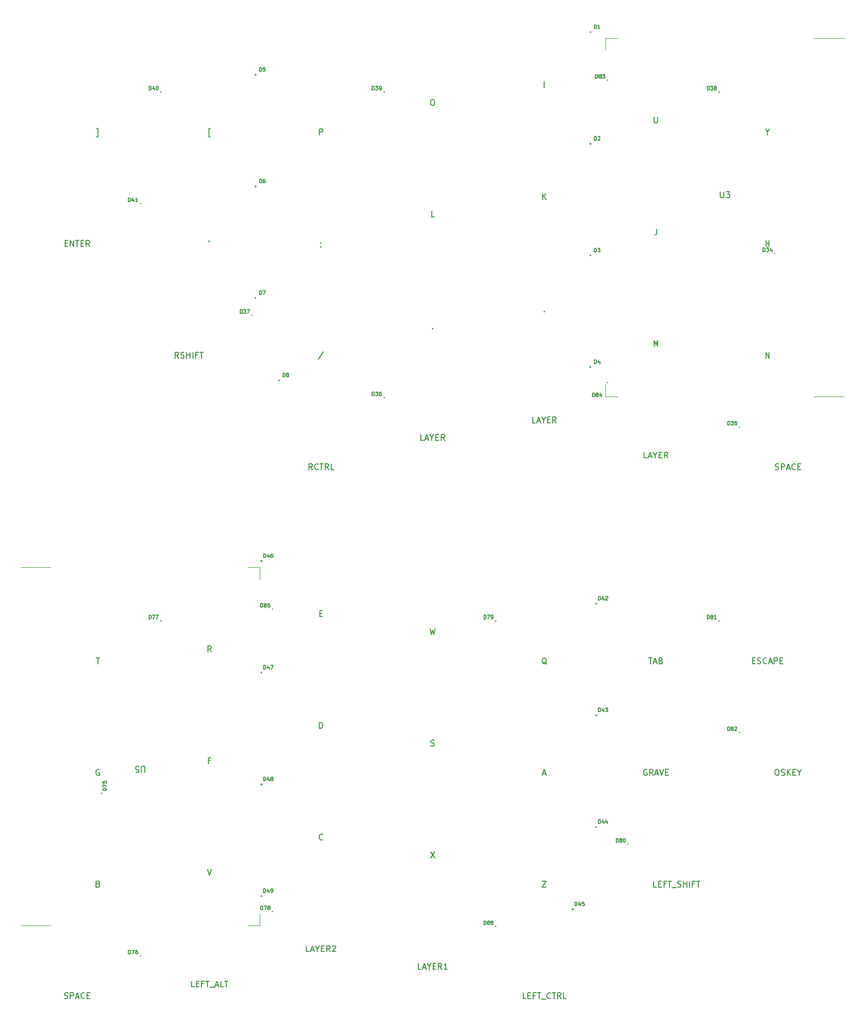
<source format=gbr>
%TF.GenerationSoftware,KiCad,Pcbnew,(6.0.6)*%
%TF.CreationDate,2022-09-05T11:06:28-07:00*%
%TF.ProjectId,Nour-Valkyrie,4e6f7572-2d56-4616-9c6b-797269652e6b,rev?*%
%TF.SameCoordinates,Original*%
%TF.FileFunction,Legend,Top*%
%TF.FilePolarity,Positive*%
%FSLAX46Y46*%
G04 Gerber Fmt 4.6, Leading zero omitted, Abs format (unit mm)*
G04 Created by KiCad (PCBNEW (6.0.6)) date 2022-09-05 11:06:28*
%MOMM*%
%LPD*%
G01*
G04 APERTURE LIST*
%ADD10C,0.150000*%
%ADD11C,0.127000*%
%ADD12C,0.200000*%
%ADD13C,0.120000*%
G04 APERTURE END LIST*
D10*
%TO.C,SW53*%
X54071428Y-227178571D02*
X54214285Y-227226190D01*
X54261904Y-227273809D01*
X54309523Y-227369047D01*
X54309523Y-227511904D01*
X54261904Y-227607142D01*
X54214285Y-227654761D01*
X54119047Y-227702380D01*
X53738095Y-227702380D01*
X53738095Y-226702380D01*
X54071428Y-226702380D01*
X54166666Y-226750000D01*
X54214285Y-226797619D01*
X54261904Y-226892857D01*
X54261904Y-226988095D01*
X54214285Y-227083333D01*
X54166666Y-227130952D01*
X54071428Y-227178571D01*
X53738095Y-227178571D01*
%TO.C,D46*%
X82222857Y-171642523D02*
X82222857Y-171002523D01*
X82375238Y-171002523D01*
X82466666Y-171033000D01*
X82527619Y-171093952D01*
X82558095Y-171154904D01*
X82588571Y-171276809D01*
X82588571Y-171368238D01*
X82558095Y-171490142D01*
X82527619Y-171551095D01*
X82466666Y-171612047D01*
X82375238Y-171642523D01*
X82222857Y-171642523D01*
X83137142Y-171215857D02*
X83137142Y-171642523D01*
X82984761Y-170972047D02*
X82832380Y-171429190D01*
X83228571Y-171429190D01*
X83746666Y-171002523D02*
X83624761Y-171002523D01*
X83563809Y-171033000D01*
X83533333Y-171063476D01*
X83472380Y-171154904D01*
X83441904Y-171276809D01*
X83441904Y-171520619D01*
X83472380Y-171581571D01*
X83502857Y-171612047D01*
X83563809Y-171642523D01*
X83685714Y-171642523D01*
X83746666Y-171612047D01*
X83777142Y-171581571D01*
X83807619Y-171520619D01*
X83807619Y-171368238D01*
X83777142Y-171307285D01*
X83746666Y-171276809D01*
X83685714Y-171246333D01*
X83563809Y-171246333D01*
X83502857Y-171276809D01*
X83472380Y-171307285D01*
X83441904Y-171368238D01*
%TO.C,SW36*%
X129761904Y-208416666D02*
X130238095Y-208416666D01*
X129666666Y-208702380D02*
X130000000Y-207702380D01*
X130333333Y-208702380D01*
D11*
%TO.C,D79*%
X119735000Y-182085000D02*
X119735000Y-181455000D01*
X119885000Y-181455000D01*
X119975000Y-181485000D01*
X120035000Y-181545000D01*
X120065000Y-181605000D01*
X120095000Y-181725000D01*
X120095000Y-181815000D01*
X120065000Y-181935000D01*
X120035000Y-181995000D01*
X119975000Y-182055000D01*
X119885000Y-182085000D01*
X119735000Y-182085000D01*
X120305000Y-181455000D02*
X120725000Y-181455000D01*
X120455000Y-182085000D01*
X120995000Y-182085000D02*
X121115000Y-182085000D01*
X121175000Y-182055000D01*
X121205000Y-182025000D01*
X121265000Y-181935000D01*
X121295000Y-181815000D01*
X121295000Y-181575000D01*
X121265000Y-181515000D01*
X121235000Y-181485000D01*
X121175000Y-181455000D01*
X121055000Y-181455000D01*
X120995000Y-181485000D01*
X120965000Y-181515000D01*
X120935000Y-181575000D01*
X120935000Y-181725000D01*
X120965000Y-181785000D01*
X120995000Y-181815000D01*
X121055000Y-181845000D01*
X121175000Y-181845000D01*
X121235000Y-181815000D01*
X121265000Y-181785000D01*
X121295000Y-181725000D01*
D10*
%TO.C,D49*%
X82222857Y-228642523D02*
X82222857Y-228002523D01*
X82375238Y-228002523D01*
X82466666Y-228033000D01*
X82527619Y-228093952D01*
X82558095Y-228154904D01*
X82588571Y-228276809D01*
X82588571Y-228368238D01*
X82558095Y-228490142D01*
X82527619Y-228551095D01*
X82466666Y-228612047D01*
X82375238Y-228642523D01*
X82222857Y-228642523D01*
X83137142Y-228215857D02*
X83137142Y-228642523D01*
X82984761Y-227972047D02*
X82832380Y-228429190D01*
X83228571Y-228429190D01*
X83502857Y-228642523D02*
X83624761Y-228642523D01*
X83685714Y-228612047D01*
X83716190Y-228581571D01*
X83777142Y-228490142D01*
X83807619Y-228368238D01*
X83807619Y-228124428D01*
X83777142Y-228063476D01*
X83746666Y-228033000D01*
X83685714Y-228002523D01*
X83563809Y-228002523D01*
X83502857Y-228033000D01*
X83472380Y-228063476D01*
X83441904Y-228124428D01*
X83441904Y-228276809D01*
X83472380Y-228337761D01*
X83502857Y-228368238D01*
X83563809Y-228398714D01*
X83685714Y-228398714D01*
X83746666Y-228368238D01*
X83777142Y-228337761D01*
X83807619Y-228276809D01*
%TO.C,SW33*%
X147452380Y-207750000D02*
X147357142Y-207702380D01*
X147214285Y-207702380D01*
X147071428Y-207750000D01*
X146976190Y-207845238D01*
X146928571Y-207940476D01*
X146880952Y-208130952D01*
X146880952Y-208273809D01*
X146928571Y-208464285D01*
X146976190Y-208559523D01*
X147071428Y-208654761D01*
X147214285Y-208702380D01*
X147309523Y-208702380D01*
X147452380Y-208654761D01*
X147500000Y-208607142D01*
X147500000Y-208273809D01*
X147309523Y-208273809D01*
X148500000Y-208702380D02*
X148166666Y-208226190D01*
X147928571Y-208702380D02*
X147928571Y-207702380D01*
X148309523Y-207702380D01*
X148404761Y-207750000D01*
X148452380Y-207797619D01*
X148500000Y-207892857D01*
X148500000Y-208035714D01*
X148452380Y-208130952D01*
X148404761Y-208178571D01*
X148309523Y-208226190D01*
X147928571Y-208226190D01*
X148880952Y-208416666D02*
X149357142Y-208416666D01*
X148785714Y-208702380D02*
X149119047Y-207702380D01*
X149452380Y-208702380D01*
X149642857Y-207702380D02*
X149976190Y-208702380D01*
X150309523Y-207702380D01*
X150642857Y-208178571D02*
X150976190Y-208178571D01*
X151119047Y-208702380D02*
X150642857Y-208702380D01*
X150642857Y-207702380D01*
X151119047Y-207702380D01*
D11*
%TO.C,D34*%
X167235000Y-119585000D02*
X167235000Y-118955000D01*
X167385000Y-118955000D01*
X167475000Y-118985000D01*
X167535000Y-119045000D01*
X167565000Y-119105000D01*
X167595000Y-119225000D01*
X167595000Y-119315000D01*
X167565000Y-119435000D01*
X167535000Y-119495000D01*
X167475000Y-119555000D01*
X167385000Y-119585000D01*
X167235000Y-119585000D01*
X167805000Y-118955000D02*
X168195000Y-118955000D01*
X167985000Y-119195000D01*
X168075000Y-119195000D01*
X168135000Y-119225000D01*
X168165000Y-119255000D01*
X168195000Y-119315000D01*
X168195000Y-119465000D01*
X168165000Y-119525000D01*
X168135000Y-119555000D01*
X168075000Y-119585000D01*
X167895000Y-119585000D01*
X167835000Y-119555000D01*
X167805000Y-119525000D01*
X168735000Y-119165000D02*
X168735000Y-119585000D01*
X168585000Y-118925000D02*
X168435000Y-119375000D01*
X168825000Y-119375000D01*
D10*
%TO.C,U3*%
X159988095Y-109397380D02*
X159988095Y-110206904D01*
X160035714Y-110302142D01*
X160083333Y-110349761D01*
X160178571Y-110397380D01*
X160369047Y-110397380D01*
X160464285Y-110349761D01*
X160511904Y-110302142D01*
X160559523Y-110206904D01*
X160559523Y-109397380D01*
X160940476Y-109397380D02*
X161559523Y-109397380D01*
X161226190Y-109778333D01*
X161369047Y-109778333D01*
X161464285Y-109825952D01*
X161511904Y-109873571D01*
X161559523Y-109968809D01*
X161559523Y-110206904D01*
X161511904Y-110302142D01*
X161464285Y-110349761D01*
X161369047Y-110397380D01*
X161083333Y-110397380D01*
X160988095Y-110349761D01*
X160940476Y-110302142D01*
D11*
%TO.C,D81*%
X157735000Y-182085000D02*
X157735000Y-181455000D01*
X157885000Y-181455000D01*
X157975000Y-181485000D01*
X158035000Y-181545000D01*
X158065000Y-181605000D01*
X158095000Y-181725000D01*
X158095000Y-181815000D01*
X158065000Y-181935000D01*
X158035000Y-181995000D01*
X157975000Y-182055000D01*
X157885000Y-182085000D01*
X157735000Y-182085000D01*
X158455000Y-181725000D02*
X158395000Y-181695000D01*
X158365000Y-181665000D01*
X158335000Y-181605000D01*
X158335000Y-181575000D01*
X158365000Y-181515000D01*
X158395000Y-181485000D01*
X158455000Y-181455000D01*
X158575000Y-181455000D01*
X158635000Y-181485000D01*
X158665000Y-181515000D01*
X158695000Y-181575000D01*
X158695000Y-181605000D01*
X158665000Y-181665000D01*
X158635000Y-181695000D01*
X158575000Y-181725000D01*
X158455000Y-181725000D01*
X158395000Y-181755000D01*
X158365000Y-181785000D01*
X158335000Y-181845000D01*
X158335000Y-181965000D01*
X158365000Y-182025000D01*
X158395000Y-182055000D01*
X158455000Y-182085000D01*
X158575000Y-182085000D01*
X158635000Y-182055000D01*
X158665000Y-182025000D01*
X158695000Y-181965000D01*
X158695000Y-181845000D01*
X158665000Y-181785000D01*
X158635000Y-181755000D01*
X158575000Y-181725000D01*
X159295000Y-182085000D02*
X158935000Y-182085000D01*
X159115000Y-182085000D02*
X159115000Y-181455000D01*
X159055000Y-181545000D01*
X158995000Y-181605000D01*
X158935000Y-181635000D01*
D10*
%TO.C,SW13*%
X130047619Y-129654761D02*
X130047619Y-129702380D01*
X130000000Y-129797619D01*
X129952380Y-129845238D01*
%TO.C,SW49*%
X72666666Y-224702380D02*
X73000000Y-225702380D01*
X73333333Y-224702380D01*
%TO.C,SW8*%
X149142857Y-115702380D02*
X149142857Y-116416666D01*
X149095238Y-116559523D01*
X149000000Y-116654761D01*
X148857142Y-116702380D01*
X148761904Y-116702380D01*
%TO.C,D5*%
X81527619Y-88892523D02*
X81527619Y-88252523D01*
X81680000Y-88252523D01*
X81771428Y-88283000D01*
X81832380Y-88343952D01*
X81862857Y-88404904D01*
X81893333Y-88526809D01*
X81893333Y-88618238D01*
X81862857Y-88740142D01*
X81832380Y-88801095D01*
X81771428Y-88862047D01*
X81680000Y-88892523D01*
X81527619Y-88892523D01*
X82472380Y-88252523D02*
X82167619Y-88252523D01*
X82137142Y-88557285D01*
X82167619Y-88526809D01*
X82228571Y-88496333D01*
X82380952Y-88496333D01*
X82441904Y-88526809D01*
X82472380Y-88557285D01*
X82502857Y-88618238D01*
X82502857Y-88770619D01*
X82472380Y-88831571D01*
X82441904Y-88862047D01*
X82380952Y-88892523D01*
X82228571Y-88892523D01*
X82167619Y-88862047D01*
X82137142Y-88831571D01*
%TO.C,D43*%
X139222857Y-197892523D02*
X139222857Y-197252523D01*
X139375238Y-197252523D01*
X139466666Y-197283000D01*
X139527619Y-197343952D01*
X139558095Y-197404904D01*
X139588571Y-197526809D01*
X139588571Y-197618238D01*
X139558095Y-197740142D01*
X139527619Y-197801095D01*
X139466666Y-197862047D01*
X139375238Y-197892523D01*
X139222857Y-197892523D01*
X140137142Y-197465857D02*
X140137142Y-197892523D01*
X139984761Y-197222047D02*
X139832380Y-197679190D01*
X140228571Y-197679190D01*
X140411428Y-197252523D02*
X140807619Y-197252523D01*
X140594285Y-197496333D01*
X140685714Y-197496333D01*
X140746666Y-197526809D01*
X140777142Y-197557285D01*
X140807619Y-197618238D01*
X140807619Y-197770619D01*
X140777142Y-197831571D01*
X140746666Y-197862047D01*
X140685714Y-197892523D01*
X140502857Y-197892523D01*
X140441904Y-197862047D01*
X140411428Y-197831571D01*
%TO.C,SW26*%
X53809523Y-100035714D02*
X54047619Y-100035714D01*
X54047619Y-98607142D01*
X53809523Y-98607142D01*
%TO.C,SW23*%
X73190476Y-100035714D02*
X72952380Y-100035714D01*
X72952380Y-98607142D01*
X73190476Y-98607142D01*
D11*
%TO.C,D80*%
X142235000Y-220085000D02*
X142235000Y-219455000D01*
X142385000Y-219455000D01*
X142475000Y-219485000D01*
X142535000Y-219545000D01*
X142565000Y-219605000D01*
X142595000Y-219725000D01*
X142595000Y-219815000D01*
X142565000Y-219935000D01*
X142535000Y-219995000D01*
X142475000Y-220055000D01*
X142385000Y-220085000D01*
X142235000Y-220085000D01*
X142955000Y-219725000D02*
X142895000Y-219695000D01*
X142865000Y-219665000D01*
X142835000Y-219605000D01*
X142835000Y-219575000D01*
X142865000Y-219515000D01*
X142895000Y-219485000D01*
X142955000Y-219455000D01*
X143075000Y-219455000D01*
X143135000Y-219485000D01*
X143165000Y-219515000D01*
X143195000Y-219575000D01*
X143195000Y-219605000D01*
X143165000Y-219665000D01*
X143135000Y-219695000D01*
X143075000Y-219725000D01*
X142955000Y-219725000D01*
X142895000Y-219755000D01*
X142865000Y-219785000D01*
X142835000Y-219845000D01*
X142835000Y-219965000D01*
X142865000Y-220025000D01*
X142895000Y-220055000D01*
X142955000Y-220085000D01*
X143075000Y-220085000D01*
X143135000Y-220055000D01*
X143165000Y-220025000D01*
X143195000Y-219965000D01*
X143195000Y-219845000D01*
X143165000Y-219785000D01*
X143135000Y-219755000D01*
X143075000Y-219725000D01*
X143585000Y-219455000D02*
X143645000Y-219455000D01*
X143705000Y-219485000D01*
X143735000Y-219515000D01*
X143765000Y-219575000D01*
X143795000Y-219695000D01*
X143795000Y-219845000D01*
X143765000Y-219965000D01*
X143735000Y-220025000D01*
X143705000Y-220055000D01*
X143645000Y-220085000D01*
X143585000Y-220085000D01*
X143525000Y-220055000D01*
X143495000Y-220025000D01*
X143465000Y-219965000D01*
X143435000Y-219845000D01*
X143435000Y-219695000D01*
X143465000Y-219575000D01*
X143495000Y-219515000D01*
X143525000Y-219485000D01*
X143585000Y-219455000D01*
D10*
%TO.C,D2*%
X138527619Y-100642523D02*
X138527619Y-100002523D01*
X138680000Y-100002523D01*
X138771428Y-100033000D01*
X138832380Y-100093952D01*
X138862857Y-100154904D01*
X138893333Y-100276809D01*
X138893333Y-100368238D01*
X138862857Y-100490142D01*
X138832380Y-100551095D01*
X138771428Y-100612047D01*
X138680000Y-100642523D01*
X138527619Y-100642523D01*
X139137142Y-100063476D02*
X139167619Y-100033000D01*
X139228571Y-100002523D01*
X139380952Y-100002523D01*
X139441904Y-100033000D01*
X139472380Y-100063476D01*
X139502857Y-100124428D01*
X139502857Y-100185380D01*
X139472380Y-100276809D01*
X139106666Y-100642523D01*
X139502857Y-100642523D01*
%TO.C,SW18*%
X109500000Y-151702380D02*
X109023809Y-151702380D01*
X109023809Y-150702380D01*
X109785714Y-151416666D02*
X110261904Y-151416666D01*
X109690476Y-151702380D02*
X110023809Y-150702380D01*
X110357142Y-151702380D01*
X110880952Y-151226190D02*
X110880952Y-151702380D01*
X110547619Y-150702380D02*
X110880952Y-151226190D01*
X111214285Y-150702380D01*
X111547619Y-151178571D02*
X111880952Y-151178571D01*
X112023809Y-151702380D02*
X111547619Y-151702380D01*
X111547619Y-150702380D01*
X112023809Y-150702380D01*
X113023809Y-151702380D02*
X112690476Y-151226190D01*
X112452380Y-151702380D02*
X112452380Y-150702380D01*
X112833333Y-150702380D01*
X112928571Y-150750000D01*
X112976190Y-150797619D01*
X113023809Y-150892857D01*
X113023809Y-151035714D01*
X112976190Y-151130952D01*
X112928571Y-151178571D01*
X112833333Y-151226190D01*
X112452380Y-151226190D01*
%TO.C,SW21*%
X92428571Y-136654761D02*
X91571428Y-137940476D01*
%TO.C,SW11*%
X130000000Y-91702380D02*
X130000000Y-90702380D01*
%TO.C,SW4*%
X167714285Y-118702380D02*
X167714285Y-117702380D01*
X167714285Y-118178571D02*
X168285714Y-118178571D01*
X168285714Y-118702380D02*
X168285714Y-117702380D01*
D11*
%TO.C,D85*%
X81735000Y-180085000D02*
X81735000Y-179455000D01*
X81885000Y-179455000D01*
X81975000Y-179485000D01*
X82035000Y-179545000D01*
X82065000Y-179605000D01*
X82095000Y-179725000D01*
X82095000Y-179815000D01*
X82065000Y-179935000D01*
X82035000Y-179995000D01*
X81975000Y-180055000D01*
X81885000Y-180085000D01*
X81735000Y-180085000D01*
X82455000Y-179725000D02*
X82395000Y-179695000D01*
X82365000Y-179665000D01*
X82335000Y-179605000D01*
X82335000Y-179575000D01*
X82365000Y-179515000D01*
X82395000Y-179485000D01*
X82455000Y-179455000D01*
X82575000Y-179455000D01*
X82635000Y-179485000D01*
X82665000Y-179515000D01*
X82695000Y-179575000D01*
X82695000Y-179605000D01*
X82665000Y-179665000D01*
X82635000Y-179695000D01*
X82575000Y-179725000D01*
X82455000Y-179725000D01*
X82395000Y-179755000D01*
X82365000Y-179785000D01*
X82335000Y-179845000D01*
X82335000Y-179965000D01*
X82365000Y-180025000D01*
X82395000Y-180055000D01*
X82455000Y-180085000D01*
X82575000Y-180085000D01*
X82635000Y-180055000D01*
X82665000Y-180025000D01*
X82695000Y-179965000D01*
X82695000Y-179845000D01*
X82665000Y-179785000D01*
X82635000Y-179755000D01*
X82575000Y-179725000D01*
X83265000Y-179455000D02*
X82965000Y-179455000D01*
X82935000Y-179755000D01*
X82965000Y-179725000D01*
X83025000Y-179695000D01*
X83175000Y-179695000D01*
X83235000Y-179725000D01*
X83265000Y-179755000D01*
X83295000Y-179815000D01*
X83295000Y-179965000D01*
X83265000Y-180025000D01*
X83235000Y-180055000D01*
X83175000Y-180085000D01*
X83025000Y-180085000D01*
X82965000Y-180055000D01*
X82935000Y-180025000D01*
D10*
%TO.C,SW45*%
X92309523Y-219607142D02*
X92261904Y-219654761D01*
X92119047Y-219702380D01*
X92023809Y-219702380D01*
X91880952Y-219654761D01*
X91785714Y-219559523D01*
X91738095Y-219464285D01*
X91690476Y-219273809D01*
X91690476Y-219130952D01*
X91738095Y-218940476D01*
X91785714Y-218845238D01*
X91880952Y-218750000D01*
X92023809Y-218702380D01*
X92119047Y-218702380D01*
X92261904Y-218750000D01*
X92309523Y-218797619D01*
%TO.C,SW41*%
X110666666Y-221702380D02*
X111333333Y-222702380D01*
X111333333Y-221702380D02*
X110666666Y-222702380D01*
D11*
%TO.C,D84*%
X138235000Y-144285000D02*
X138235000Y-143655000D01*
X138385000Y-143655000D01*
X138475000Y-143685000D01*
X138535000Y-143745000D01*
X138565000Y-143805000D01*
X138595000Y-143925000D01*
X138595000Y-144015000D01*
X138565000Y-144135000D01*
X138535000Y-144195000D01*
X138475000Y-144255000D01*
X138385000Y-144285000D01*
X138235000Y-144285000D01*
X138955000Y-143925000D02*
X138895000Y-143895000D01*
X138865000Y-143865000D01*
X138835000Y-143805000D01*
X138835000Y-143775000D01*
X138865000Y-143715000D01*
X138895000Y-143685000D01*
X138955000Y-143655000D01*
X139075000Y-143655000D01*
X139135000Y-143685000D01*
X139165000Y-143715000D01*
X139195000Y-143775000D01*
X139195000Y-143805000D01*
X139165000Y-143865000D01*
X139135000Y-143895000D01*
X139075000Y-143925000D01*
X138955000Y-143925000D01*
X138895000Y-143955000D01*
X138865000Y-143985000D01*
X138835000Y-144045000D01*
X138835000Y-144165000D01*
X138865000Y-144225000D01*
X138895000Y-144255000D01*
X138955000Y-144285000D01*
X139075000Y-144285000D01*
X139135000Y-144255000D01*
X139165000Y-144225000D01*
X139195000Y-144165000D01*
X139195000Y-144045000D01*
X139165000Y-143985000D01*
X139135000Y-143955000D01*
X139075000Y-143925000D01*
X139735000Y-143865000D02*
X139735000Y-144285000D01*
X139585000Y-143625000D02*
X139435000Y-144075000D01*
X139825000Y-144075000D01*
D10*
%TO.C,SW42*%
X109023809Y-241702380D02*
X108547619Y-241702380D01*
X108547619Y-240702380D01*
X109309523Y-241416666D02*
X109785714Y-241416666D01*
X109214285Y-241702380D02*
X109547619Y-240702380D01*
X109880952Y-241702380D01*
X110404761Y-241226190D02*
X110404761Y-241702380D01*
X110071428Y-240702380D02*
X110404761Y-241226190D01*
X110738095Y-240702380D01*
X111071428Y-241178571D02*
X111404761Y-241178571D01*
X111547619Y-241702380D02*
X111071428Y-241702380D01*
X111071428Y-240702380D01*
X111547619Y-240702380D01*
X112547619Y-241702380D02*
X112214285Y-241226190D01*
X111976190Y-241702380D02*
X111976190Y-240702380D01*
X112357142Y-240702380D01*
X112452380Y-240750000D01*
X112500000Y-240797619D01*
X112547619Y-240892857D01*
X112547619Y-241035714D01*
X112500000Y-241130952D01*
X112452380Y-241178571D01*
X112357142Y-241226190D01*
X111976190Y-241226190D01*
X113500000Y-241702380D02*
X112928571Y-241702380D01*
X113214285Y-241702380D02*
X113214285Y-240702380D01*
X113119047Y-240845238D01*
X113023809Y-240940476D01*
X112928571Y-240988095D01*
D11*
%TO.C,D78*%
X81735000Y-231585000D02*
X81735000Y-230955000D01*
X81885000Y-230955000D01*
X81975000Y-230985000D01*
X82035000Y-231045000D01*
X82065000Y-231105000D01*
X82095000Y-231225000D01*
X82095000Y-231315000D01*
X82065000Y-231435000D01*
X82035000Y-231495000D01*
X81975000Y-231555000D01*
X81885000Y-231585000D01*
X81735000Y-231585000D01*
X82305000Y-230955000D02*
X82725000Y-230955000D01*
X82455000Y-231585000D01*
X83055000Y-231225000D02*
X82995000Y-231195000D01*
X82965000Y-231165000D01*
X82935000Y-231105000D01*
X82935000Y-231075000D01*
X82965000Y-231015000D01*
X82995000Y-230985000D01*
X83055000Y-230955000D01*
X83175000Y-230955000D01*
X83235000Y-230985000D01*
X83265000Y-231015000D01*
X83295000Y-231075000D01*
X83295000Y-231105000D01*
X83265000Y-231165000D01*
X83235000Y-231195000D01*
X83175000Y-231225000D01*
X83055000Y-231225000D01*
X82995000Y-231255000D01*
X82965000Y-231285000D01*
X82935000Y-231345000D01*
X82935000Y-231465000D01*
X82965000Y-231525000D01*
X82995000Y-231555000D01*
X83055000Y-231585000D01*
X83175000Y-231585000D01*
X83235000Y-231555000D01*
X83265000Y-231525000D01*
X83295000Y-231465000D01*
X83295000Y-231345000D01*
X83265000Y-231285000D01*
X83235000Y-231255000D01*
X83175000Y-231225000D01*
D10*
%TO.C,SW20*%
X92047619Y-118654761D02*
X92047619Y-118702380D01*
X92000000Y-118797619D01*
X91952380Y-118845238D01*
X92000000Y-118083333D02*
X92047619Y-118130952D01*
X92000000Y-118178571D01*
X91952380Y-118130952D01*
X92000000Y-118083333D01*
X92000000Y-118178571D01*
%TO.C,D4*%
X138527619Y-138642523D02*
X138527619Y-138002523D01*
X138680000Y-138002523D01*
X138771428Y-138033000D01*
X138832380Y-138093952D01*
X138862857Y-138154904D01*
X138893333Y-138276809D01*
X138893333Y-138368238D01*
X138862857Y-138490142D01*
X138832380Y-138551095D01*
X138771428Y-138612047D01*
X138680000Y-138642523D01*
X138527619Y-138642523D01*
X139441904Y-138215857D02*
X139441904Y-138642523D01*
X139289523Y-137972047D02*
X139137142Y-138429190D01*
X139533333Y-138429190D01*
%TO.C,SW40*%
X110714285Y-203654761D02*
X110857142Y-203702380D01*
X111095238Y-203702380D01*
X111190476Y-203654761D01*
X111238095Y-203607142D01*
X111285714Y-203511904D01*
X111285714Y-203416666D01*
X111238095Y-203321428D01*
X111190476Y-203273809D01*
X111095238Y-203226190D01*
X110904761Y-203178571D01*
X110809523Y-203130952D01*
X110761904Y-203083333D01*
X110714285Y-202988095D01*
X110714285Y-202892857D01*
X110761904Y-202797619D01*
X110809523Y-202750000D01*
X110904761Y-202702380D01*
X111142857Y-202702380D01*
X111285714Y-202750000D01*
%TO.C,SW51*%
X53714285Y-188702380D02*
X54285714Y-188702380D01*
X54000000Y-189702380D02*
X54000000Y-188702380D01*
D11*
%TO.C,D82*%
X161235000Y-201085000D02*
X161235000Y-200455000D01*
X161385000Y-200455000D01*
X161475000Y-200485000D01*
X161535000Y-200545000D01*
X161565000Y-200605000D01*
X161595000Y-200725000D01*
X161595000Y-200815000D01*
X161565000Y-200935000D01*
X161535000Y-200995000D01*
X161475000Y-201055000D01*
X161385000Y-201085000D01*
X161235000Y-201085000D01*
X161955000Y-200725000D02*
X161895000Y-200695000D01*
X161865000Y-200665000D01*
X161835000Y-200605000D01*
X161835000Y-200575000D01*
X161865000Y-200515000D01*
X161895000Y-200485000D01*
X161955000Y-200455000D01*
X162075000Y-200455000D01*
X162135000Y-200485000D01*
X162165000Y-200515000D01*
X162195000Y-200575000D01*
X162195000Y-200605000D01*
X162165000Y-200665000D01*
X162135000Y-200695000D01*
X162075000Y-200725000D01*
X161955000Y-200725000D01*
X161895000Y-200755000D01*
X161865000Y-200785000D01*
X161835000Y-200845000D01*
X161835000Y-200965000D01*
X161865000Y-201025000D01*
X161895000Y-201055000D01*
X161955000Y-201085000D01*
X162075000Y-201085000D01*
X162135000Y-201055000D01*
X162165000Y-201025000D01*
X162195000Y-200965000D01*
X162195000Y-200845000D01*
X162165000Y-200785000D01*
X162135000Y-200755000D01*
X162075000Y-200725000D01*
X162435000Y-200515000D02*
X162465000Y-200485000D01*
X162525000Y-200455000D01*
X162675000Y-200455000D01*
X162735000Y-200485000D01*
X162765000Y-200515000D01*
X162795000Y-200575000D01*
X162795000Y-200635000D01*
X162765000Y-200725000D01*
X162405000Y-201085000D01*
X162795000Y-201085000D01*
D10*
%TO.C,SW12*%
X129738095Y-110702380D02*
X129738095Y-109702380D01*
X130309523Y-110702380D02*
X129880952Y-110130952D01*
X130309523Y-109702380D02*
X129738095Y-110273809D01*
D11*
%TO.C,D75*%
X55485000Y-211265000D02*
X54855000Y-211265000D01*
X54855000Y-211115000D01*
X54885000Y-211025000D01*
X54945000Y-210965000D01*
X55005000Y-210935000D01*
X55125000Y-210905000D01*
X55215000Y-210905000D01*
X55335000Y-210935000D01*
X55395000Y-210965000D01*
X55455000Y-211025000D01*
X55485000Y-211115000D01*
X55485000Y-211265000D01*
X54855000Y-210695000D02*
X54855000Y-210275000D01*
X55485000Y-210545000D01*
X54855000Y-209735000D02*
X54855000Y-210035000D01*
X55155000Y-210065000D01*
X55125000Y-210035000D01*
X55095000Y-209975000D01*
X55095000Y-209825000D01*
X55125000Y-209765000D01*
X55155000Y-209735000D01*
X55215000Y-209705000D01*
X55365000Y-209705000D01*
X55425000Y-209735000D01*
X55455000Y-209765000D01*
X55485000Y-209825000D01*
X55485000Y-209975000D01*
X55455000Y-210035000D01*
X55425000Y-210065000D01*
D10*
%TO.C,SW37*%
X129666666Y-226702380D02*
X130333333Y-226702380D01*
X129666666Y-227702380D01*
X130333333Y-227702380D01*
%TO.C,SW30*%
X165428571Y-189178571D02*
X165761904Y-189178571D01*
X165904761Y-189702380D02*
X165428571Y-189702380D01*
X165428571Y-188702380D01*
X165904761Y-188702380D01*
X166285714Y-189654761D02*
X166428571Y-189702380D01*
X166666666Y-189702380D01*
X166761904Y-189654761D01*
X166809523Y-189607142D01*
X166857142Y-189511904D01*
X166857142Y-189416666D01*
X166809523Y-189321428D01*
X166761904Y-189273809D01*
X166666666Y-189226190D01*
X166476190Y-189178571D01*
X166380952Y-189130952D01*
X166333333Y-189083333D01*
X166285714Y-188988095D01*
X166285714Y-188892857D01*
X166333333Y-188797619D01*
X166380952Y-188750000D01*
X166476190Y-188702380D01*
X166714285Y-188702380D01*
X166857142Y-188750000D01*
X167857142Y-189607142D02*
X167809523Y-189654761D01*
X167666666Y-189702380D01*
X167571428Y-189702380D01*
X167428571Y-189654761D01*
X167333333Y-189559523D01*
X167285714Y-189464285D01*
X167238095Y-189273809D01*
X167238095Y-189130952D01*
X167285714Y-188940476D01*
X167333333Y-188845238D01*
X167428571Y-188750000D01*
X167571428Y-188702380D01*
X167666666Y-188702380D01*
X167809523Y-188750000D01*
X167857142Y-188797619D01*
X168238095Y-189416666D02*
X168714285Y-189416666D01*
X168142857Y-189702380D02*
X168476190Y-188702380D01*
X168809523Y-189702380D01*
X169142857Y-189702380D02*
X169142857Y-188702380D01*
X169523809Y-188702380D01*
X169619047Y-188750000D01*
X169666666Y-188797619D01*
X169714285Y-188892857D01*
X169714285Y-189035714D01*
X169666666Y-189130952D01*
X169619047Y-189178571D01*
X169523809Y-189226190D01*
X169142857Y-189226190D01*
X170142857Y-189178571D02*
X170476190Y-189178571D01*
X170619047Y-189702380D02*
X170142857Y-189702380D01*
X170142857Y-188702380D01*
X170619047Y-188702380D01*
%TO.C,SW25*%
X67761904Y-137702380D02*
X67428571Y-137226190D01*
X67190476Y-137702380D02*
X67190476Y-136702380D01*
X67571428Y-136702380D01*
X67666666Y-136750000D01*
X67714285Y-136797619D01*
X67761904Y-136892857D01*
X67761904Y-137035714D01*
X67714285Y-137130952D01*
X67666666Y-137178571D01*
X67571428Y-137226190D01*
X67190476Y-137226190D01*
X68142857Y-137654761D02*
X68285714Y-137702380D01*
X68523809Y-137702380D01*
X68619047Y-137654761D01*
X68666666Y-137607142D01*
X68714285Y-137511904D01*
X68714285Y-137416666D01*
X68666666Y-137321428D01*
X68619047Y-137273809D01*
X68523809Y-137226190D01*
X68333333Y-137178571D01*
X68238095Y-137130952D01*
X68190476Y-137083333D01*
X68142857Y-136988095D01*
X68142857Y-136892857D01*
X68190476Y-136797619D01*
X68238095Y-136750000D01*
X68333333Y-136702380D01*
X68571428Y-136702380D01*
X68714285Y-136750000D01*
X69142857Y-137702380D02*
X69142857Y-136702380D01*
X69142857Y-137178571D02*
X69714285Y-137178571D01*
X69714285Y-137702380D02*
X69714285Y-136702380D01*
X70190476Y-137702380D02*
X70190476Y-136702380D01*
X71000000Y-137178571D02*
X70666666Y-137178571D01*
X70666666Y-137702380D02*
X70666666Y-136702380D01*
X71142857Y-136702380D01*
X71380952Y-136702380D02*
X71952380Y-136702380D01*
X71666666Y-137702380D02*
X71666666Y-136702380D01*
%TO.C,SW19*%
X91738095Y-99702380D02*
X91738095Y-98702380D01*
X92119047Y-98702380D01*
X92214285Y-98750000D01*
X92261904Y-98797619D01*
X92309523Y-98892857D01*
X92309523Y-99035714D01*
X92261904Y-99130952D01*
X92214285Y-99178571D01*
X92119047Y-99226190D01*
X91738095Y-99226190D01*
D11*
%TO.C,D76*%
X59235000Y-239085000D02*
X59235000Y-238455000D01*
X59385000Y-238455000D01*
X59475000Y-238485000D01*
X59535000Y-238545000D01*
X59565000Y-238605000D01*
X59595000Y-238725000D01*
X59595000Y-238815000D01*
X59565000Y-238935000D01*
X59535000Y-238995000D01*
X59475000Y-239055000D01*
X59385000Y-239085000D01*
X59235000Y-239085000D01*
X59805000Y-238455000D02*
X60225000Y-238455000D01*
X59955000Y-239085000D01*
X60735000Y-238455000D02*
X60615000Y-238455000D01*
X60555000Y-238485000D01*
X60525000Y-238515000D01*
X60465000Y-238605000D01*
X60435000Y-238725000D01*
X60435000Y-238965000D01*
X60465000Y-239025000D01*
X60495000Y-239055000D01*
X60555000Y-239085000D01*
X60675000Y-239085000D01*
X60735000Y-239055000D01*
X60765000Y-239025000D01*
X60795000Y-238965000D01*
X60795000Y-238815000D01*
X60765000Y-238755000D01*
X60735000Y-238725000D01*
X60675000Y-238695000D01*
X60555000Y-238695000D01*
X60495000Y-238725000D01*
X60465000Y-238755000D01*
X60435000Y-238815000D01*
D10*
%TO.C,SW52*%
X54261904Y-207750000D02*
X54166666Y-207702380D01*
X54023809Y-207702380D01*
X53880952Y-207750000D01*
X53785714Y-207845238D01*
X53738095Y-207940476D01*
X53690476Y-208130952D01*
X53690476Y-208273809D01*
X53738095Y-208464285D01*
X53785714Y-208559523D01*
X53880952Y-208654761D01*
X54023809Y-208702380D01*
X54119047Y-208702380D01*
X54261904Y-208654761D01*
X54309523Y-208607142D01*
X54309523Y-208273809D01*
X54119047Y-208273809D01*
%TO.C,SW38*%
X126880952Y-246702380D02*
X126404761Y-246702380D01*
X126404761Y-245702380D01*
X127214285Y-246178571D02*
X127547619Y-246178571D01*
X127690476Y-246702380D02*
X127214285Y-246702380D01*
X127214285Y-245702380D01*
X127690476Y-245702380D01*
X128452380Y-246178571D02*
X128119047Y-246178571D01*
X128119047Y-246702380D02*
X128119047Y-245702380D01*
X128595238Y-245702380D01*
X128833333Y-245702380D02*
X129404761Y-245702380D01*
X129119047Y-246702380D02*
X129119047Y-245702380D01*
X129500000Y-246797619D02*
X130261904Y-246797619D01*
X131071428Y-246607142D02*
X131023809Y-246654761D01*
X130880952Y-246702380D01*
X130785714Y-246702380D01*
X130642857Y-246654761D01*
X130547619Y-246559523D01*
X130500000Y-246464285D01*
X130452380Y-246273809D01*
X130452380Y-246130952D01*
X130500000Y-245940476D01*
X130547619Y-245845238D01*
X130642857Y-245750000D01*
X130785714Y-245702380D01*
X130880952Y-245702380D01*
X131023809Y-245750000D01*
X131071428Y-245797619D01*
X131357142Y-245702380D02*
X131928571Y-245702380D01*
X131642857Y-246702380D02*
X131642857Y-245702380D01*
X132833333Y-246702380D02*
X132500000Y-246226190D01*
X132261904Y-246702380D02*
X132261904Y-245702380D01*
X132642857Y-245702380D01*
X132738095Y-245750000D01*
X132785714Y-245797619D01*
X132833333Y-245892857D01*
X132833333Y-246035714D01*
X132785714Y-246130952D01*
X132738095Y-246178571D01*
X132642857Y-246226190D01*
X132261904Y-246226190D01*
X133738095Y-246702380D02*
X133261904Y-246702380D01*
X133261904Y-245702380D01*
%TO.C,SW35*%
X130380952Y-189797619D02*
X130285714Y-189750000D01*
X130190476Y-189654761D01*
X130047619Y-189511904D01*
X129952380Y-189464285D01*
X129857142Y-189464285D01*
X129904761Y-189702380D02*
X129809523Y-189654761D01*
X129714285Y-189559523D01*
X129666666Y-189369047D01*
X129666666Y-189035714D01*
X129714285Y-188845238D01*
X129809523Y-188750000D01*
X129904761Y-188702380D01*
X130095238Y-188702380D01*
X130190476Y-188750000D01*
X130285714Y-188845238D01*
X130333333Y-189035714D01*
X130333333Y-189369047D01*
X130285714Y-189559523D01*
X130190476Y-189654761D01*
X130095238Y-189702380D01*
X129904761Y-189702380D01*
%TO.C,U5*%
X62011904Y-208147619D02*
X62011904Y-207338095D01*
X61964285Y-207242857D01*
X61916666Y-207195238D01*
X61821428Y-207147619D01*
X61630952Y-207147619D01*
X61535714Y-207195238D01*
X61488095Y-207242857D01*
X61440476Y-207338095D01*
X61440476Y-208147619D01*
X60488095Y-208147619D02*
X60964285Y-208147619D01*
X61011904Y-207671428D01*
X60964285Y-207719047D01*
X60869047Y-207766666D01*
X60630952Y-207766666D01*
X60535714Y-207719047D01*
X60488095Y-207671428D01*
X60440476Y-207576190D01*
X60440476Y-207338095D01*
X60488095Y-207242857D01*
X60535714Y-207195238D01*
X60630952Y-207147619D01*
X60869047Y-207147619D01*
X60964285Y-207195238D01*
X61011904Y-207242857D01*
%TO.C,SW5*%
X167714285Y-137702380D02*
X167714285Y-136702380D01*
X168285714Y-137702380D01*
X168285714Y-136702380D01*
%TO.C,SW47*%
X73309523Y-187702380D02*
X72976190Y-187226190D01*
X72738095Y-187702380D02*
X72738095Y-186702380D01*
X73119047Y-186702380D01*
X73214285Y-186750000D01*
X73261904Y-186797619D01*
X73309523Y-186892857D01*
X73309523Y-187035714D01*
X73261904Y-187130952D01*
X73214285Y-187178571D01*
X73119047Y-187226190D01*
X72738095Y-187226190D01*
%TO.C,SW50*%
X70452380Y-244702380D02*
X69976190Y-244702380D01*
X69976190Y-243702380D01*
X70785714Y-244178571D02*
X71119047Y-244178571D01*
X71261904Y-244702380D02*
X70785714Y-244702380D01*
X70785714Y-243702380D01*
X71261904Y-243702380D01*
X72023809Y-244178571D02*
X71690476Y-244178571D01*
X71690476Y-244702380D02*
X71690476Y-243702380D01*
X72166666Y-243702380D01*
X72404761Y-243702380D02*
X72976190Y-243702380D01*
X72690476Y-244702380D02*
X72690476Y-243702380D01*
X73071428Y-244797619D02*
X73833333Y-244797619D01*
X74023809Y-244416666D02*
X74500000Y-244416666D01*
X73928571Y-244702380D02*
X74261904Y-243702380D01*
X74595238Y-244702380D01*
X75404761Y-244702380D02*
X74928571Y-244702380D01*
X74928571Y-243702380D01*
X75595238Y-243702380D02*
X76166666Y-243702380D01*
X75880952Y-244702380D02*
X75880952Y-243702380D01*
%TO.C,D44*%
X139222857Y-216892523D02*
X139222857Y-216252523D01*
X139375238Y-216252523D01*
X139466666Y-216283000D01*
X139527619Y-216343952D01*
X139558095Y-216404904D01*
X139588571Y-216526809D01*
X139588571Y-216618238D01*
X139558095Y-216740142D01*
X139527619Y-216801095D01*
X139466666Y-216862047D01*
X139375238Y-216892523D01*
X139222857Y-216892523D01*
X140137142Y-216465857D02*
X140137142Y-216892523D01*
X139984761Y-216222047D02*
X139832380Y-216679190D01*
X140228571Y-216679190D01*
X140746666Y-216465857D02*
X140746666Y-216892523D01*
X140594285Y-216222047D02*
X140441904Y-216679190D01*
X140838095Y-216679190D01*
%TO.C,D1*%
X138527619Y-81642523D02*
X138527619Y-81002523D01*
X138680000Y-81002523D01*
X138771428Y-81033000D01*
X138832380Y-81093952D01*
X138862857Y-81154904D01*
X138893333Y-81276809D01*
X138893333Y-81368238D01*
X138862857Y-81490142D01*
X138832380Y-81551095D01*
X138771428Y-81612047D01*
X138680000Y-81642523D01*
X138527619Y-81642523D01*
X139502857Y-81642523D02*
X139137142Y-81642523D01*
X139320000Y-81642523D02*
X139320000Y-81002523D01*
X139259047Y-81093952D01*
X139198095Y-81154904D01*
X139137142Y-81185380D01*
%TO.C,SW14*%
X128500000Y-148702380D02*
X128023809Y-148702380D01*
X128023809Y-147702380D01*
X128785714Y-148416666D02*
X129261904Y-148416666D01*
X128690476Y-148702380D02*
X129023809Y-147702380D01*
X129357142Y-148702380D01*
X129880952Y-148226190D02*
X129880952Y-148702380D01*
X129547619Y-147702380D02*
X129880952Y-148226190D01*
X130214285Y-147702380D01*
X130547619Y-148178571D02*
X130880952Y-148178571D01*
X131023809Y-148702380D02*
X130547619Y-148702380D01*
X130547619Y-147702380D01*
X131023809Y-147702380D01*
X132023809Y-148702380D02*
X131690476Y-148226190D01*
X131452380Y-148702380D02*
X131452380Y-147702380D01*
X131833333Y-147702380D01*
X131928571Y-147750000D01*
X131976190Y-147797619D01*
X132023809Y-147892857D01*
X132023809Y-148035714D01*
X131976190Y-148130952D01*
X131928571Y-148178571D01*
X131833333Y-148226190D01*
X131452380Y-148226190D01*
%TO.C,SW9*%
X148666666Y-135702380D02*
X148666666Y-134702380D01*
X149000000Y-135416666D01*
X149333333Y-134702380D01*
X149333333Y-135702380D01*
%TO.C,D45*%
X135222857Y-230892523D02*
X135222857Y-230252523D01*
X135375238Y-230252523D01*
X135466666Y-230283000D01*
X135527619Y-230343952D01*
X135558095Y-230404904D01*
X135588571Y-230526809D01*
X135588571Y-230618238D01*
X135558095Y-230740142D01*
X135527619Y-230801095D01*
X135466666Y-230862047D01*
X135375238Y-230892523D01*
X135222857Y-230892523D01*
X136137142Y-230465857D02*
X136137142Y-230892523D01*
X135984761Y-230222047D02*
X135832380Y-230679190D01*
X136228571Y-230679190D01*
X136777142Y-230252523D02*
X136472380Y-230252523D01*
X136441904Y-230557285D01*
X136472380Y-230526809D01*
X136533333Y-230496333D01*
X136685714Y-230496333D01*
X136746666Y-230526809D01*
X136777142Y-230557285D01*
X136807619Y-230618238D01*
X136807619Y-230770619D01*
X136777142Y-230831571D01*
X136746666Y-230862047D01*
X136685714Y-230892523D01*
X136533333Y-230892523D01*
X136472380Y-230862047D01*
X136441904Y-230831571D01*
D11*
%TO.C,D41*%
X59235000Y-111085000D02*
X59235000Y-110455000D01*
X59385000Y-110455000D01*
X59475000Y-110485000D01*
X59535000Y-110545000D01*
X59565000Y-110605000D01*
X59595000Y-110725000D01*
X59595000Y-110815000D01*
X59565000Y-110935000D01*
X59535000Y-110995000D01*
X59475000Y-111055000D01*
X59385000Y-111085000D01*
X59235000Y-111085000D01*
X60135000Y-110665000D02*
X60135000Y-111085000D01*
X59985000Y-110425000D02*
X59835000Y-110875000D01*
X60225000Y-110875000D01*
X60795000Y-111085000D02*
X60435000Y-111085000D01*
X60615000Y-111085000D02*
X60615000Y-110455000D01*
X60555000Y-110545000D01*
X60495000Y-110605000D01*
X60435000Y-110635000D01*
D10*
%TO.C,SW17*%
X111000000Y-132607142D02*
X111047619Y-132654761D01*
X111000000Y-132702380D01*
X110952380Y-132654761D01*
X111000000Y-132607142D01*
X111000000Y-132702380D01*
%TO.C,SW43*%
X91785714Y-181178571D02*
X92119047Y-181178571D01*
X92261904Y-181702380D02*
X91785714Y-181702380D01*
X91785714Y-180702380D01*
X92261904Y-180702380D01*
%TO.C,SW32*%
X147785714Y-188702380D02*
X148357142Y-188702380D01*
X148071428Y-189702380D02*
X148071428Y-188702380D01*
X148642857Y-189416666D02*
X149119047Y-189416666D01*
X148547619Y-189702380D02*
X148880952Y-188702380D01*
X149214285Y-189702380D01*
X149880952Y-189178571D02*
X150023809Y-189226190D01*
X150071428Y-189273809D01*
X150119047Y-189369047D01*
X150119047Y-189511904D01*
X150071428Y-189607142D01*
X150023809Y-189654761D01*
X149928571Y-189702380D01*
X149547619Y-189702380D01*
X149547619Y-188702380D01*
X149880952Y-188702380D01*
X149976190Y-188750000D01*
X150023809Y-188797619D01*
X150071428Y-188892857D01*
X150071428Y-188988095D01*
X150023809Y-189083333D01*
X149976190Y-189130952D01*
X149880952Y-189178571D01*
X149547619Y-189178571D01*
%TO.C,D6*%
X81527619Y-107892523D02*
X81527619Y-107252523D01*
X81680000Y-107252523D01*
X81771428Y-107283000D01*
X81832380Y-107343952D01*
X81862857Y-107404904D01*
X81893333Y-107526809D01*
X81893333Y-107618238D01*
X81862857Y-107740142D01*
X81832380Y-107801095D01*
X81771428Y-107862047D01*
X81680000Y-107892523D01*
X81527619Y-107892523D01*
X82441904Y-107252523D02*
X82320000Y-107252523D01*
X82259047Y-107283000D01*
X82228571Y-107313476D01*
X82167619Y-107404904D01*
X82137142Y-107526809D01*
X82137142Y-107770619D01*
X82167619Y-107831571D01*
X82198095Y-107862047D01*
X82259047Y-107892523D01*
X82380952Y-107892523D01*
X82441904Y-107862047D01*
X82472380Y-107831571D01*
X82502857Y-107770619D01*
X82502857Y-107618238D01*
X82472380Y-107557285D01*
X82441904Y-107526809D01*
X82380952Y-107496333D01*
X82259047Y-107496333D01*
X82198095Y-107526809D01*
X82167619Y-107557285D01*
X82137142Y-107618238D01*
D11*
%TO.C,D39*%
X100735000Y-92085000D02*
X100735000Y-91455000D01*
X100885000Y-91455000D01*
X100975000Y-91485000D01*
X101035000Y-91545000D01*
X101065000Y-91605000D01*
X101095000Y-91725000D01*
X101095000Y-91815000D01*
X101065000Y-91935000D01*
X101035000Y-91995000D01*
X100975000Y-92055000D01*
X100885000Y-92085000D01*
X100735000Y-92085000D01*
X101305000Y-91455000D02*
X101695000Y-91455000D01*
X101485000Y-91695000D01*
X101575000Y-91695000D01*
X101635000Y-91725000D01*
X101665000Y-91755000D01*
X101695000Y-91815000D01*
X101695000Y-91965000D01*
X101665000Y-92025000D01*
X101635000Y-92055000D01*
X101575000Y-92085000D01*
X101395000Y-92085000D01*
X101335000Y-92055000D01*
X101305000Y-92025000D01*
X101995000Y-92085000D02*
X102115000Y-92085000D01*
X102175000Y-92055000D01*
X102205000Y-92025000D01*
X102265000Y-91935000D01*
X102295000Y-91815000D01*
X102295000Y-91575000D01*
X102265000Y-91515000D01*
X102235000Y-91485000D01*
X102175000Y-91455000D01*
X102055000Y-91455000D01*
X101995000Y-91485000D01*
X101965000Y-91515000D01*
X101935000Y-91575000D01*
X101935000Y-91725000D01*
X101965000Y-91785000D01*
X101995000Y-91815000D01*
X102055000Y-91845000D01*
X102175000Y-91845000D01*
X102235000Y-91815000D01*
X102265000Y-91785000D01*
X102295000Y-91725000D01*
D10*
%TO.C,D7*%
X81527619Y-126892523D02*
X81527619Y-126252523D01*
X81680000Y-126252523D01*
X81771428Y-126283000D01*
X81832380Y-126343952D01*
X81862857Y-126404904D01*
X81893333Y-126526809D01*
X81893333Y-126618238D01*
X81862857Y-126740142D01*
X81832380Y-126801095D01*
X81771428Y-126862047D01*
X81680000Y-126892523D01*
X81527619Y-126892523D01*
X82106666Y-126252523D02*
X82533333Y-126252523D01*
X82259047Y-126892523D01*
D11*
%TO.C,D40*%
X62735000Y-92085000D02*
X62735000Y-91455000D01*
X62885000Y-91455000D01*
X62975000Y-91485000D01*
X63035000Y-91545000D01*
X63065000Y-91605000D01*
X63095000Y-91725000D01*
X63095000Y-91815000D01*
X63065000Y-91935000D01*
X63035000Y-91995000D01*
X62975000Y-92055000D01*
X62885000Y-92085000D01*
X62735000Y-92085000D01*
X63635000Y-91665000D02*
X63635000Y-92085000D01*
X63485000Y-91425000D02*
X63335000Y-91875000D01*
X63725000Y-91875000D01*
X64085000Y-91455000D02*
X64145000Y-91455000D01*
X64205000Y-91485000D01*
X64235000Y-91515000D01*
X64265000Y-91575000D01*
X64295000Y-91695000D01*
X64295000Y-91845000D01*
X64265000Y-91965000D01*
X64235000Y-92025000D01*
X64205000Y-92055000D01*
X64145000Y-92085000D01*
X64085000Y-92085000D01*
X64025000Y-92055000D01*
X63995000Y-92025000D01*
X63965000Y-91965000D01*
X63935000Y-91845000D01*
X63935000Y-91695000D01*
X63965000Y-91575000D01*
X63995000Y-91515000D01*
X64025000Y-91485000D01*
X64085000Y-91455000D01*
D10*
%TO.C,SW44*%
X91738095Y-200702380D02*
X91738095Y-199702380D01*
X91976190Y-199702380D01*
X92119047Y-199750000D01*
X92214285Y-199845238D01*
X92261904Y-199940476D01*
X92309523Y-200130952D01*
X92309523Y-200273809D01*
X92261904Y-200464285D01*
X92214285Y-200559523D01*
X92119047Y-200654761D01*
X91976190Y-200702380D01*
X91738095Y-200702380D01*
%TO.C,D8*%
X85527619Y-140892523D02*
X85527619Y-140252523D01*
X85680000Y-140252523D01*
X85771428Y-140283000D01*
X85832380Y-140343952D01*
X85862857Y-140404904D01*
X85893333Y-140526809D01*
X85893333Y-140618238D01*
X85862857Y-140740142D01*
X85832380Y-140801095D01*
X85771428Y-140862047D01*
X85680000Y-140892523D01*
X85527619Y-140892523D01*
X86259047Y-140526809D02*
X86198095Y-140496333D01*
X86167619Y-140465857D01*
X86137142Y-140404904D01*
X86137142Y-140374428D01*
X86167619Y-140313476D01*
X86198095Y-140283000D01*
X86259047Y-140252523D01*
X86380952Y-140252523D01*
X86441904Y-140283000D01*
X86472380Y-140313476D01*
X86502857Y-140374428D01*
X86502857Y-140404904D01*
X86472380Y-140465857D01*
X86441904Y-140496333D01*
X86380952Y-140526809D01*
X86259047Y-140526809D01*
X86198095Y-140557285D01*
X86167619Y-140587761D01*
X86137142Y-140648714D01*
X86137142Y-140770619D01*
X86167619Y-140831571D01*
X86198095Y-140862047D01*
X86259047Y-140892523D01*
X86380952Y-140892523D01*
X86441904Y-140862047D01*
X86472380Y-140831571D01*
X86502857Y-140770619D01*
X86502857Y-140648714D01*
X86472380Y-140587761D01*
X86441904Y-140557285D01*
X86380952Y-140526809D01*
%TO.C,SW24*%
X73047619Y-117702380D02*
X72952380Y-117892857D01*
%TO.C,SW31*%
X169547619Y-207702380D02*
X169738095Y-207702380D01*
X169833333Y-207750000D01*
X169928571Y-207845238D01*
X169976190Y-208035714D01*
X169976190Y-208369047D01*
X169928571Y-208559523D01*
X169833333Y-208654761D01*
X169738095Y-208702380D01*
X169547619Y-208702380D01*
X169452380Y-208654761D01*
X169357142Y-208559523D01*
X169309523Y-208369047D01*
X169309523Y-208035714D01*
X169357142Y-207845238D01*
X169452380Y-207750000D01*
X169547619Y-207702380D01*
X170357142Y-208654761D02*
X170500000Y-208702380D01*
X170738095Y-208702380D01*
X170833333Y-208654761D01*
X170880952Y-208607142D01*
X170928571Y-208511904D01*
X170928571Y-208416666D01*
X170880952Y-208321428D01*
X170833333Y-208273809D01*
X170738095Y-208226190D01*
X170547619Y-208178571D01*
X170452380Y-208130952D01*
X170404761Y-208083333D01*
X170357142Y-207988095D01*
X170357142Y-207892857D01*
X170404761Y-207797619D01*
X170452380Y-207750000D01*
X170547619Y-207702380D01*
X170785714Y-207702380D01*
X170928571Y-207750000D01*
X171357142Y-208702380D02*
X171357142Y-207702380D01*
X171928571Y-208702380D02*
X171500000Y-208130952D01*
X171928571Y-207702380D02*
X171357142Y-208273809D01*
X172357142Y-208178571D02*
X172690476Y-208178571D01*
X172833333Y-208702380D02*
X172357142Y-208702380D01*
X172357142Y-207702380D01*
X172833333Y-207702380D01*
X173452380Y-208226190D02*
X173452380Y-208702380D01*
X173119047Y-207702380D02*
X173452380Y-208226190D01*
X173785714Y-207702380D01*
D11*
%TO.C,D37*%
X78235000Y-130085000D02*
X78235000Y-129455000D01*
X78385000Y-129455000D01*
X78475000Y-129485000D01*
X78535000Y-129545000D01*
X78565000Y-129605000D01*
X78595000Y-129725000D01*
X78595000Y-129815000D01*
X78565000Y-129935000D01*
X78535000Y-129995000D01*
X78475000Y-130055000D01*
X78385000Y-130085000D01*
X78235000Y-130085000D01*
X78805000Y-129455000D02*
X79195000Y-129455000D01*
X78985000Y-129695000D01*
X79075000Y-129695000D01*
X79135000Y-129725000D01*
X79165000Y-129755000D01*
X79195000Y-129815000D01*
X79195000Y-129965000D01*
X79165000Y-130025000D01*
X79135000Y-130055000D01*
X79075000Y-130085000D01*
X78895000Y-130085000D01*
X78835000Y-130055000D01*
X78805000Y-130025000D01*
X79405000Y-129455000D02*
X79825000Y-129455000D01*
X79555000Y-130085000D01*
D10*
%TO.C,D3*%
X138527619Y-119642523D02*
X138527619Y-119002523D01*
X138680000Y-119002523D01*
X138771428Y-119033000D01*
X138832380Y-119093952D01*
X138862857Y-119154904D01*
X138893333Y-119276809D01*
X138893333Y-119368238D01*
X138862857Y-119490142D01*
X138832380Y-119551095D01*
X138771428Y-119612047D01*
X138680000Y-119642523D01*
X138527619Y-119642523D01*
X139106666Y-119002523D02*
X139502857Y-119002523D01*
X139289523Y-119246333D01*
X139380952Y-119246333D01*
X139441904Y-119276809D01*
X139472380Y-119307285D01*
X139502857Y-119368238D01*
X139502857Y-119520619D01*
X139472380Y-119581571D01*
X139441904Y-119612047D01*
X139380952Y-119642523D01*
X139198095Y-119642523D01*
X139137142Y-119612047D01*
X139106666Y-119581571D01*
%TO.C,SW22*%
X90523809Y-156702380D02*
X90190476Y-156226190D01*
X89952380Y-156702380D02*
X89952380Y-155702380D01*
X90333333Y-155702380D01*
X90428571Y-155750000D01*
X90476190Y-155797619D01*
X90523809Y-155892857D01*
X90523809Y-156035714D01*
X90476190Y-156130952D01*
X90428571Y-156178571D01*
X90333333Y-156226190D01*
X89952380Y-156226190D01*
X91523809Y-156607142D02*
X91476190Y-156654761D01*
X91333333Y-156702380D01*
X91238095Y-156702380D01*
X91095238Y-156654761D01*
X91000000Y-156559523D01*
X90952380Y-156464285D01*
X90904761Y-156273809D01*
X90904761Y-156130952D01*
X90952380Y-155940476D01*
X91000000Y-155845238D01*
X91095238Y-155750000D01*
X91238095Y-155702380D01*
X91333333Y-155702380D01*
X91476190Y-155750000D01*
X91523809Y-155797619D01*
X91809523Y-155702380D02*
X92380952Y-155702380D01*
X92095238Y-156702380D02*
X92095238Y-155702380D01*
X93285714Y-156702380D02*
X92952380Y-156226190D01*
X92714285Y-156702380D02*
X92714285Y-155702380D01*
X93095238Y-155702380D01*
X93190476Y-155750000D01*
X93238095Y-155797619D01*
X93285714Y-155892857D01*
X93285714Y-156035714D01*
X93238095Y-156130952D01*
X93190476Y-156178571D01*
X93095238Y-156226190D01*
X92714285Y-156226190D01*
X94190476Y-156702380D02*
X93714285Y-156702380D01*
X93714285Y-155702380D01*
%TO.C,D48*%
X82222857Y-209642523D02*
X82222857Y-209002523D01*
X82375238Y-209002523D01*
X82466666Y-209033000D01*
X82527619Y-209093952D01*
X82558095Y-209154904D01*
X82588571Y-209276809D01*
X82588571Y-209368238D01*
X82558095Y-209490142D01*
X82527619Y-209551095D01*
X82466666Y-209612047D01*
X82375238Y-209642523D01*
X82222857Y-209642523D01*
X83137142Y-209215857D02*
X83137142Y-209642523D01*
X82984761Y-208972047D02*
X82832380Y-209429190D01*
X83228571Y-209429190D01*
X83563809Y-209276809D02*
X83502857Y-209246333D01*
X83472380Y-209215857D01*
X83441904Y-209154904D01*
X83441904Y-209124428D01*
X83472380Y-209063476D01*
X83502857Y-209033000D01*
X83563809Y-209002523D01*
X83685714Y-209002523D01*
X83746666Y-209033000D01*
X83777142Y-209063476D01*
X83807619Y-209124428D01*
X83807619Y-209154904D01*
X83777142Y-209215857D01*
X83746666Y-209246333D01*
X83685714Y-209276809D01*
X83563809Y-209276809D01*
X83502857Y-209307285D01*
X83472380Y-209337761D01*
X83441904Y-209398714D01*
X83441904Y-209520619D01*
X83472380Y-209581571D01*
X83502857Y-209612047D01*
X83563809Y-209642523D01*
X83685714Y-209642523D01*
X83746666Y-209612047D01*
X83777142Y-209581571D01*
X83807619Y-209520619D01*
X83807619Y-209398714D01*
X83777142Y-209337761D01*
X83746666Y-209307285D01*
X83685714Y-209276809D01*
D11*
%TO.C,D86*%
X119735000Y-234085000D02*
X119735000Y-233455000D01*
X119885000Y-233455000D01*
X119975000Y-233485000D01*
X120035000Y-233545000D01*
X120065000Y-233605000D01*
X120095000Y-233725000D01*
X120095000Y-233815000D01*
X120065000Y-233935000D01*
X120035000Y-233995000D01*
X119975000Y-234055000D01*
X119885000Y-234085000D01*
X119735000Y-234085000D01*
X120455000Y-233725000D02*
X120395000Y-233695000D01*
X120365000Y-233665000D01*
X120335000Y-233605000D01*
X120335000Y-233575000D01*
X120365000Y-233515000D01*
X120395000Y-233485000D01*
X120455000Y-233455000D01*
X120575000Y-233455000D01*
X120635000Y-233485000D01*
X120665000Y-233515000D01*
X120695000Y-233575000D01*
X120695000Y-233605000D01*
X120665000Y-233665000D01*
X120635000Y-233695000D01*
X120575000Y-233725000D01*
X120455000Y-233725000D01*
X120395000Y-233755000D01*
X120365000Y-233785000D01*
X120335000Y-233845000D01*
X120335000Y-233965000D01*
X120365000Y-234025000D01*
X120395000Y-234055000D01*
X120455000Y-234085000D01*
X120575000Y-234085000D01*
X120635000Y-234055000D01*
X120665000Y-234025000D01*
X120695000Y-233965000D01*
X120695000Y-233845000D01*
X120665000Y-233785000D01*
X120635000Y-233755000D01*
X120575000Y-233725000D01*
X121235000Y-233455000D02*
X121115000Y-233455000D01*
X121055000Y-233485000D01*
X121025000Y-233515000D01*
X120965000Y-233605000D01*
X120935000Y-233725000D01*
X120935000Y-233965000D01*
X120965000Y-234025000D01*
X120995000Y-234055000D01*
X121055000Y-234085000D01*
X121175000Y-234085000D01*
X121235000Y-234055000D01*
X121265000Y-234025000D01*
X121295000Y-233965000D01*
X121295000Y-233815000D01*
X121265000Y-233755000D01*
X121235000Y-233725000D01*
X121175000Y-233695000D01*
X121055000Y-233695000D01*
X120995000Y-233725000D01*
X120965000Y-233755000D01*
X120935000Y-233815000D01*
D10*
%TO.C,SW48*%
X73142857Y-206178571D02*
X72809523Y-206178571D01*
X72809523Y-206702380D02*
X72809523Y-205702380D01*
X73285714Y-205702380D01*
%TO.C,SW10*%
X147500000Y-154702380D02*
X147023809Y-154702380D01*
X147023809Y-153702380D01*
X147785714Y-154416666D02*
X148261904Y-154416666D01*
X147690476Y-154702380D02*
X148023809Y-153702380D01*
X148357142Y-154702380D01*
X148880952Y-154226190D02*
X148880952Y-154702380D01*
X148547619Y-153702380D02*
X148880952Y-154226190D01*
X149214285Y-153702380D01*
X149547619Y-154178571D02*
X149880952Y-154178571D01*
X150023809Y-154702380D02*
X149547619Y-154702380D01*
X149547619Y-153702380D01*
X150023809Y-153702380D01*
X151023809Y-154702380D02*
X150690476Y-154226190D01*
X150452380Y-154702380D02*
X150452380Y-153702380D01*
X150833333Y-153702380D01*
X150928571Y-153750000D01*
X150976190Y-153797619D01*
X151023809Y-153892857D01*
X151023809Y-154035714D01*
X150976190Y-154130952D01*
X150928571Y-154178571D01*
X150833333Y-154226190D01*
X150452380Y-154226190D01*
%TO.C,SW46*%
X90023809Y-238702380D02*
X89547619Y-238702380D01*
X89547619Y-237702380D01*
X90309523Y-238416666D02*
X90785714Y-238416666D01*
X90214285Y-238702380D02*
X90547619Y-237702380D01*
X90880952Y-238702380D01*
X91404761Y-238226190D02*
X91404761Y-238702380D01*
X91071428Y-237702380D02*
X91404761Y-238226190D01*
X91738095Y-237702380D01*
X92071428Y-238178571D02*
X92404761Y-238178571D01*
X92547619Y-238702380D02*
X92071428Y-238702380D01*
X92071428Y-237702380D01*
X92547619Y-237702380D01*
X93547619Y-238702380D02*
X93214285Y-238226190D01*
X92976190Y-238702380D02*
X92976190Y-237702380D01*
X93357142Y-237702380D01*
X93452380Y-237750000D01*
X93500000Y-237797619D01*
X93547619Y-237892857D01*
X93547619Y-238035714D01*
X93500000Y-238130952D01*
X93452380Y-238178571D01*
X93357142Y-238226190D01*
X92976190Y-238226190D01*
X93928571Y-237797619D02*
X93976190Y-237750000D01*
X94071428Y-237702380D01*
X94309523Y-237702380D01*
X94404761Y-237750000D01*
X94452380Y-237797619D01*
X94500000Y-237892857D01*
X94500000Y-237988095D01*
X94452380Y-238130952D01*
X93880952Y-238702380D01*
X94500000Y-238702380D01*
D11*
%TO.C,D77*%
X62735000Y-182085000D02*
X62735000Y-181455000D01*
X62885000Y-181455000D01*
X62975000Y-181485000D01*
X63035000Y-181545000D01*
X63065000Y-181605000D01*
X63095000Y-181725000D01*
X63095000Y-181815000D01*
X63065000Y-181935000D01*
X63035000Y-181995000D01*
X62975000Y-182055000D01*
X62885000Y-182085000D01*
X62735000Y-182085000D01*
X63305000Y-181455000D02*
X63725000Y-181455000D01*
X63455000Y-182085000D01*
X63905000Y-181455000D02*
X64325000Y-181455000D01*
X64055000Y-182085000D01*
D10*
%TO.C,SW34*%
X149119047Y-227702380D02*
X148642857Y-227702380D01*
X148642857Y-226702380D01*
X149452380Y-227178571D02*
X149785714Y-227178571D01*
X149928571Y-227702380D02*
X149452380Y-227702380D01*
X149452380Y-226702380D01*
X149928571Y-226702380D01*
X150690476Y-227178571D02*
X150357142Y-227178571D01*
X150357142Y-227702380D02*
X150357142Y-226702380D01*
X150833333Y-226702380D01*
X151071428Y-226702380D02*
X151642857Y-226702380D01*
X151357142Y-227702380D02*
X151357142Y-226702380D01*
X151738095Y-227797619D02*
X152500000Y-227797619D01*
X152690476Y-227654761D02*
X152833333Y-227702380D01*
X153071428Y-227702380D01*
X153166666Y-227654761D01*
X153214285Y-227607142D01*
X153261904Y-227511904D01*
X153261904Y-227416666D01*
X153214285Y-227321428D01*
X153166666Y-227273809D01*
X153071428Y-227226190D01*
X152880952Y-227178571D01*
X152785714Y-227130952D01*
X152738095Y-227083333D01*
X152690476Y-226988095D01*
X152690476Y-226892857D01*
X152738095Y-226797619D01*
X152785714Y-226750000D01*
X152880952Y-226702380D01*
X153119047Y-226702380D01*
X153261904Y-226750000D01*
X153690476Y-227702380D02*
X153690476Y-226702380D01*
X153690476Y-227178571D02*
X154261904Y-227178571D01*
X154261904Y-227702380D02*
X154261904Y-226702380D01*
X154738095Y-227702380D02*
X154738095Y-226702380D01*
X155547619Y-227178571D02*
X155214285Y-227178571D01*
X155214285Y-227702380D02*
X155214285Y-226702380D01*
X155690476Y-226702380D01*
X155928571Y-226702380D02*
X156500000Y-226702380D01*
X156214285Y-227702380D02*
X156214285Y-226702380D01*
%TO.C,SW16*%
X111309523Y-113702380D02*
X110833333Y-113702380D01*
X110833333Y-112702380D01*
%TO.C,SW15*%
X110904761Y-93702380D02*
X111095238Y-93702380D01*
X111190476Y-93750000D01*
X111285714Y-93845238D01*
X111333333Y-94035714D01*
X111333333Y-94369047D01*
X111285714Y-94559523D01*
X111190476Y-94654761D01*
X111095238Y-94702380D01*
X110904761Y-94702380D01*
X110809523Y-94654761D01*
X110714285Y-94559523D01*
X110666666Y-94369047D01*
X110666666Y-94035714D01*
X110714285Y-93845238D01*
X110809523Y-93750000D01*
X110904761Y-93702380D01*
D11*
%TO.C,D83*%
X138735000Y-90085000D02*
X138735000Y-89455000D01*
X138885000Y-89455000D01*
X138975000Y-89485000D01*
X139035000Y-89545000D01*
X139065000Y-89605000D01*
X139095000Y-89725000D01*
X139095000Y-89815000D01*
X139065000Y-89935000D01*
X139035000Y-89995000D01*
X138975000Y-90055000D01*
X138885000Y-90085000D01*
X138735000Y-90085000D01*
X139455000Y-89725000D02*
X139395000Y-89695000D01*
X139365000Y-89665000D01*
X139335000Y-89605000D01*
X139335000Y-89575000D01*
X139365000Y-89515000D01*
X139395000Y-89485000D01*
X139455000Y-89455000D01*
X139575000Y-89455000D01*
X139635000Y-89485000D01*
X139665000Y-89515000D01*
X139695000Y-89575000D01*
X139695000Y-89605000D01*
X139665000Y-89665000D01*
X139635000Y-89695000D01*
X139575000Y-89725000D01*
X139455000Y-89725000D01*
X139395000Y-89755000D01*
X139365000Y-89785000D01*
X139335000Y-89845000D01*
X139335000Y-89965000D01*
X139365000Y-90025000D01*
X139395000Y-90055000D01*
X139455000Y-90085000D01*
X139575000Y-90085000D01*
X139635000Y-90055000D01*
X139665000Y-90025000D01*
X139695000Y-89965000D01*
X139695000Y-89845000D01*
X139665000Y-89785000D01*
X139635000Y-89755000D01*
X139575000Y-89725000D01*
X139905000Y-89455000D02*
X140295000Y-89455000D01*
X140085000Y-89695000D01*
X140175000Y-89695000D01*
X140235000Y-89725000D01*
X140265000Y-89755000D01*
X140295000Y-89815000D01*
X140295000Y-89965000D01*
X140265000Y-90025000D01*
X140235000Y-90055000D01*
X140175000Y-90085000D01*
X139995000Y-90085000D01*
X139935000Y-90055000D01*
X139905000Y-90025000D01*
D10*
%TO.C,D47*%
X82222857Y-190642523D02*
X82222857Y-190002523D01*
X82375238Y-190002523D01*
X82466666Y-190033000D01*
X82527619Y-190093952D01*
X82558095Y-190154904D01*
X82588571Y-190276809D01*
X82588571Y-190368238D01*
X82558095Y-190490142D01*
X82527619Y-190551095D01*
X82466666Y-190612047D01*
X82375238Y-190642523D01*
X82222857Y-190642523D01*
X83137142Y-190215857D02*
X83137142Y-190642523D01*
X82984761Y-189972047D02*
X82832380Y-190429190D01*
X83228571Y-190429190D01*
X83411428Y-190002523D02*
X83838095Y-190002523D01*
X83563809Y-190642523D01*
%TO.C,D42*%
X139222857Y-178892523D02*
X139222857Y-178252523D01*
X139375238Y-178252523D01*
X139466666Y-178283000D01*
X139527619Y-178343952D01*
X139558095Y-178404904D01*
X139588571Y-178526809D01*
X139588571Y-178618238D01*
X139558095Y-178740142D01*
X139527619Y-178801095D01*
X139466666Y-178862047D01*
X139375238Y-178892523D01*
X139222857Y-178892523D01*
X140137142Y-178465857D02*
X140137142Y-178892523D01*
X139984761Y-178222047D02*
X139832380Y-178679190D01*
X140228571Y-178679190D01*
X140441904Y-178313476D02*
X140472380Y-178283000D01*
X140533333Y-178252523D01*
X140685714Y-178252523D01*
X140746666Y-178283000D01*
X140777142Y-178313476D01*
X140807619Y-178374428D01*
X140807619Y-178435380D01*
X140777142Y-178526809D01*
X140411428Y-178892523D01*
X140807619Y-178892523D01*
%TO.C,SW54*%
X48333333Y-246654761D02*
X48476190Y-246702380D01*
X48714285Y-246702380D01*
X48809523Y-246654761D01*
X48857142Y-246607142D01*
X48904761Y-246511904D01*
X48904761Y-246416666D01*
X48857142Y-246321428D01*
X48809523Y-246273809D01*
X48714285Y-246226190D01*
X48523809Y-246178571D01*
X48428571Y-246130952D01*
X48380952Y-246083333D01*
X48333333Y-245988095D01*
X48333333Y-245892857D01*
X48380952Y-245797619D01*
X48428571Y-245750000D01*
X48523809Y-245702380D01*
X48761904Y-245702380D01*
X48904761Y-245750000D01*
X49333333Y-246702380D02*
X49333333Y-245702380D01*
X49714285Y-245702380D01*
X49809523Y-245750000D01*
X49857142Y-245797619D01*
X49904761Y-245892857D01*
X49904761Y-246035714D01*
X49857142Y-246130952D01*
X49809523Y-246178571D01*
X49714285Y-246226190D01*
X49333333Y-246226190D01*
X50285714Y-246416666D02*
X50761904Y-246416666D01*
X50190476Y-246702380D02*
X50523809Y-245702380D01*
X50857142Y-246702380D01*
X51761904Y-246607142D02*
X51714285Y-246654761D01*
X51571428Y-246702380D01*
X51476190Y-246702380D01*
X51333333Y-246654761D01*
X51238095Y-246559523D01*
X51190476Y-246464285D01*
X51142857Y-246273809D01*
X51142857Y-246130952D01*
X51190476Y-245940476D01*
X51238095Y-245845238D01*
X51333333Y-245750000D01*
X51476190Y-245702380D01*
X51571428Y-245702380D01*
X51714285Y-245750000D01*
X51761904Y-245797619D01*
X52190476Y-246178571D02*
X52523809Y-246178571D01*
X52666666Y-246702380D02*
X52190476Y-246702380D01*
X52190476Y-245702380D01*
X52666666Y-245702380D01*
D11*
%TO.C,D38*%
X157735000Y-92085000D02*
X157735000Y-91455000D01*
X157885000Y-91455000D01*
X157975000Y-91485000D01*
X158035000Y-91545000D01*
X158065000Y-91605000D01*
X158095000Y-91725000D01*
X158095000Y-91815000D01*
X158065000Y-91935000D01*
X158035000Y-91995000D01*
X157975000Y-92055000D01*
X157885000Y-92085000D01*
X157735000Y-92085000D01*
X158305000Y-91455000D02*
X158695000Y-91455000D01*
X158485000Y-91695000D01*
X158575000Y-91695000D01*
X158635000Y-91725000D01*
X158665000Y-91755000D01*
X158695000Y-91815000D01*
X158695000Y-91965000D01*
X158665000Y-92025000D01*
X158635000Y-92055000D01*
X158575000Y-92085000D01*
X158395000Y-92085000D01*
X158335000Y-92055000D01*
X158305000Y-92025000D01*
X159055000Y-91725000D02*
X158995000Y-91695000D01*
X158965000Y-91665000D01*
X158935000Y-91605000D01*
X158935000Y-91575000D01*
X158965000Y-91515000D01*
X158995000Y-91485000D01*
X159055000Y-91455000D01*
X159175000Y-91455000D01*
X159235000Y-91485000D01*
X159265000Y-91515000D01*
X159295000Y-91575000D01*
X159295000Y-91605000D01*
X159265000Y-91665000D01*
X159235000Y-91695000D01*
X159175000Y-91725000D01*
X159055000Y-91725000D01*
X158995000Y-91755000D01*
X158965000Y-91785000D01*
X158935000Y-91845000D01*
X158935000Y-91965000D01*
X158965000Y-92025000D01*
X158995000Y-92055000D01*
X159055000Y-92085000D01*
X159175000Y-92085000D01*
X159235000Y-92055000D01*
X159265000Y-92025000D01*
X159295000Y-91965000D01*
X159295000Y-91845000D01*
X159265000Y-91785000D01*
X159235000Y-91755000D01*
X159175000Y-91725000D01*
D10*
%TO.C,SW39*%
X110571428Y-183702380D02*
X110809523Y-184702380D01*
X111000000Y-183988095D01*
X111190476Y-184702380D01*
X111428571Y-183702380D01*
D11*
%TO.C,D36*%
X100735000Y-144085000D02*
X100735000Y-143455000D01*
X100885000Y-143455000D01*
X100975000Y-143485000D01*
X101035000Y-143545000D01*
X101065000Y-143605000D01*
X101095000Y-143725000D01*
X101095000Y-143815000D01*
X101065000Y-143935000D01*
X101035000Y-143995000D01*
X100975000Y-144055000D01*
X100885000Y-144085000D01*
X100735000Y-144085000D01*
X101305000Y-143455000D02*
X101695000Y-143455000D01*
X101485000Y-143695000D01*
X101575000Y-143695000D01*
X101635000Y-143725000D01*
X101665000Y-143755000D01*
X101695000Y-143815000D01*
X101695000Y-143965000D01*
X101665000Y-144025000D01*
X101635000Y-144055000D01*
X101575000Y-144085000D01*
X101395000Y-144085000D01*
X101335000Y-144055000D01*
X101305000Y-144025000D01*
X102235000Y-143455000D02*
X102115000Y-143455000D01*
X102055000Y-143485000D01*
X102025000Y-143515000D01*
X101965000Y-143605000D01*
X101935000Y-143725000D01*
X101935000Y-143965000D01*
X101965000Y-144025000D01*
X101995000Y-144055000D01*
X102055000Y-144085000D01*
X102175000Y-144085000D01*
X102235000Y-144055000D01*
X102265000Y-144025000D01*
X102295000Y-143965000D01*
X102295000Y-143815000D01*
X102265000Y-143755000D01*
X102235000Y-143725000D01*
X102175000Y-143695000D01*
X102055000Y-143695000D01*
X101995000Y-143725000D01*
X101965000Y-143755000D01*
X101935000Y-143815000D01*
D10*
%TO.C,SW7*%
X148714285Y-96702380D02*
X148714285Y-97511904D01*
X148761904Y-97607142D01*
X148809523Y-97654761D01*
X148904761Y-97702380D01*
X149095238Y-97702380D01*
X149190476Y-97654761D01*
X149238095Y-97607142D01*
X149285714Y-97511904D01*
X149285714Y-96702380D01*
%TO.C,SW27*%
X48428571Y-118178571D02*
X48761904Y-118178571D01*
X48904761Y-118702380D02*
X48428571Y-118702380D01*
X48428571Y-117702380D01*
X48904761Y-117702380D01*
X49333333Y-118702380D02*
X49333333Y-117702380D01*
X49904761Y-118702380D01*
X49904761Y-117702380D01*
X50238095Y-117702380D02*
X50809523Y-117702380D01*
X50523809Y-118702380D02*
X50523809Y-117702380D01*
X51142857Y-118178571D02*
X51476190Y-118178571D01*
X51619047Y-118702380D02*
X51142857Y-118702380D01*
X51142857Y-117702380D01*
X51619047Y-117702380D01*
X52619047Y-118702380D02*
X52285714Y-118226190D01*
X52047619Y-118702380D02*
X52047619Y-117702380D01*
X52428571Y-117702380D01*
X52523809Y-117750000D01*
X52571428Y-117797619D01*
X52619047Y-117892857D01*
X52619047Y-118035714D01*
X52571428Y-118130952D01*
X52523809Y-118178571D01*
X52428571Y-118226190D01*
X52047619Y-118226190D01*
D11*
%TO.C,D35*%
X161235000Y-149085000D02*
X161235000Y-148455000D01*
X161385000Y-148455000D01*
X161475000Y-148485000D01*
X161535000Y-148545000D01*
X161565000Y-148605000D01*
X161595000Y-148725000D01*
X161595000Y-148815000D01*
X161565000Y-148935000D01*
X161535000Y-148995000D01*
X161475000Y-149055000D01*
X161385000Y-149085000D01*
X161235000Y-149085000D01*
X161805000Y-148455000D02*
X162195000Y-148455000D01*
X161985000Y-148695000D01*
X162075000Y-148695000D01*
X162135000Y-148725000D01*
X162165000Y-148755000D01*
X162195000Y-148815000D01*
X162195000Y-148965000D01*
X162165000Y-149025000D01*
X162135000Y-149055000D01*
X162075000Y-149085000D01*
X161895000Y-149085000D01*
X161835000Y-149055000D01*
X161805000Y-149025000D01*
X162765000Y-148455000D02*
X162465000Y-148455000D01*
X162435000Y-148755000D01*
X162465000Y-148725000D01*
X162525000Y-148695000D01*
X162675000Y-148695000D01*
X162735000Y-148725000D01*
X162765000Y-148755000D01*
X162795000Y-148815000D01*
X162795000Y-148965000D01*
X162765000Y-149025000D01*
X162735000Y-149055000D01*
X162675000Y-149085000D01*
X162525000Y-149085000D01*
X162465000Y-149055000D01*
X162435000Y-149025000D01*
D10*
%TO.C,SW6*%
X169333333Y-156654761D02*
X169476190Y-156702380D01*
X169714285Y-156702380D01*
X169809523Y-156654761D01*
X169857142Y-156607142D01*
X169904761Y-156511904D01*
X169904761Y-156416666D01*
X169857142Y-156321428D01*
X169809523Y-156273809D01*
X169714285Y-156226190D01*
X169523809Y-156178571D01*
X169428571Y-156130952D01*
X169380952Y-156083333D01*
X169333333Y-155988095D01*
X169333333Y-155892857D01*
X169380952Y-155797619D01*
X169428571Y-155750000D01*
X169523809Y-155702380D01*
X169761904Y-155702380D01*
X169904761Y-155750000D01*
X170333333Y-156702380D02*
X170333333Y-155702380D01*
X170714285Y-155702380D01*
X170809523Y-155750000D01*
X170857142Y-155797619D01*
X170904761Y-155892857D01*
X170904761Y-156035714D01*
X170857142Y-156130952D01*
X170809523Y-156178571D01*
X170714285Y-156226190D01*
X170333333Y-156226190D01*
X171285714Y-156416666D02*
X171761904Y-156416666D01*
X171190476Y-156702380D02*
X171523809Y-155702380D01*
X171857142Y-156702380D01*
X172761904Y-156607142D02*
X172714285Y-156654761D01*
X172571428Y-156702380D01*
X172476190Y-156702380D01*
X172333333Y-156654761D01*
X172238095Y-156559523D01*
X172190476Y-156464285D01*
X172142857Y-156273809D01*
X172142857Y-156130952D01*
X172190476Y-155940476D01*
X172238095Y-155845238D01*
X172333333Y-155750000D01*
X172476190Y-155702380D01*
X172571428Y-155702380D01*
X172714285Y-155750000D01*
X172761904Y-155797619D01*
X173190476Y-156178571D02*
X173523809Y-156178571D01*
X173666666Y-156702380D02*
X173190476Y-156702380D01*
X173190476Y-155702380D01*
X173666666Y-155702380D01*
%TO.C,SW3*%
X168000000Y-99226190D02*
X168000000Y-99702380D01*
X167666666Y-98702380D02*
X168000000Y-99226190D01*
X168333333Y-98702380D01*
D12*
%TO.C,D46*%
X81957000Y-172242000D02*
G75*
G03*
X81957000Y-172242000I-100000J0D01*
G01*
%TO.C,D79*%
X121700000Y-182400000D02*
X121700000Y-182400000D01*
X121800000Y-182400000D02*
X121800000Y-182400000D01*
X121800000Y-182400000D02*
G75*
G03*
X121700000Y-182400000I-50000J0D01*
G01*
X121700000Y-182400000D02*
G75*
G03*
X121800000Y-182400000I50000J0D01*
G01*
%TO.C,D49*%
X81957000Y-229242000D02*
G75*
G03*
X81957000Y-229242000I-100000J0D01*
G01*
%TO.C,D34*%
X169300000Y-119900000D02*
X169300000Y-119900000D01*
X169200000Y-119900000D02*
X169200000Y-119900000D01*
X169300000Y-119900000D02*
G75*
G03*
X169200000Y-119900000I-50000J0D01*
G01*
X169200000Y-119900000D02*
G75*
G03*
X169300000Y-119900000I50000J0D01*
G01*
D13*
%TO.C,U3*%
X181070000Y-83275000D02*
X175990000Y-83275000D01*
X140430000Y-85275000D02*
X140430000Y-83275000D01*
X140430000Y-83275000D02*
X142430000Y-83275000D01*
X140430000Y-144235000D02*
X140430000Y-142235000D01*
X181070000Y-144235000D02*
X175990000Y-144235000D01*
X142430000Y-144235000D02*
X140430000Y-144235000D01*
D12*
%TO.C,D81*%
X159800000Y-182400000D02*
X159800000Y-182400000D01*
X159700000Y-182400000D02*
X159700000Y-182400000D01*
X159700000Y-182400000D02*
G75*
G03*
X159800000Y-182400000I50000J0D01*
G01*
X159800000Y-182400000D02*
G75*
G03*
X159700000Y-182400000I-50000J0D01*
G01*
%TO.C,D5*%
X80957000Y-89492000D02*
G75*
G03*
X80957000Y-89492000I-100000J0D01*
G01*
%TO.C,D43*%
X138957000Y-198492000D02*
G75*
G03*
X138957000Y-198492000I-100000J0D01*
G01*
%TO.C,D80*%
X144300000Y-220400000D02*
X144300000Y-220400000D01*
X144200000Y-220400000D02*
X144200000Y-220400000D01*
X144200000Y-220400000D02*
G75*
G03*
X144300000Y-220400000I50000J0D01*
G01*
X144300000Y-220400000D02*
G75*
G03*
X144200000Y-220400000I-50000J0D01*
G01*
%TO.C,D2*%
X137957000Y-101242000D02*
G75*
G03*
X137957000Y-101242000I-100000J0D01*
G01*
%TO.C,D85*%
X83800000Y-180400000D02*
X83800000Y-180400000D01*
X83700000Y-180400000D02*
X83700000Y-180400000D01*
X83700000Y-180400000D02*
G75*
G03*
X83800000Y-180400000I50000J0D01*
G01*
X83800000Y-180400000D02*
G75*
G03*
X83700000Y-180400000I-50000J0D01*
G01*
%TO.C,D84*%
X140700000Y-141900000D02*
X140700000Y-141900000D01*
X140800000Y-141900000D02*
X140800000Y-141900000D01*
X140700000Y-141900000D02*
G75*
G03*
X140800000Y-141900000I50000J0D01*
G01*
X140800000Y-141900000D02*
G75*
G03*
X140700000Y-141900000I-50000J0D01*
G01*
%TO.C,D78*%
X83700000Y-231900000D02*
X83700000Y-231900000D01*
X83800000Y-231900000D02*
X83800000Y-231900000D01*
X83800000Y-231900000D02*
G75*
G03*
X83700000Y-231900000I-50000J0D01*
G01*
X83700000Y-231900000D02*
G75*
G03*
X83800000Y-231900000I50000J0D01*
G01*
%TO.C,D4*%
X137957000Y-139242000D02*
G75*
G03*
X137957000Y-139242000I-100000J0D01*
G01*
%TO.C,D82*%
X163300000Y-201400000D02*
X163300000Y-201400000D01*
X163200000Y-201400000D02*
X163200000Y-201400000D01*
X163200000Y-201400000D02*
G75*
G03*
X163300000Y-201400000I50000J0D01*
G01*
X163300000Y-201400000D02*
G75*
G03*
X163200000Y-201400000I-50000J0D01*
G01*
%TO.C,D75*%
X54600000Y-211800000D02*
X54600000Y-211800000D01*
X54600000Y-211700000D02*
X54600000Y-211700000D01*
X54600000Y-211800000D02*
G75*
G03*
X54600000Y-211700000I0J50000D01*
G01*
X54600000Y-211700000D02*
G75*
G03*
X54600000Y-211800000I0J-50000D01*
G01*
%TO.C,D76*%
X61200000Y-239400000D02*
X61200000Y-239400000D01*
X61300000Y-239400000D02*
X61300000Y-239400000D01*
X61200000Y-239400000D02*
G75*
G03*
X61300000Y-239400000I50000J0D01*
G01*
X61300000Y-239400000D02*
G75*
G03*
X61200000Y-239400000I-50000J0D01*
G01*
D13*
%TO.C,U5*%
X81570000Y-234270000D02*
X79570000Y-234270000D01*
X40930000Y-234270000D02*
X46010000Y-234270000D01*
X81570000Y-173310000D02*
X81570000Y-175310000D01*
X40930000Y-173310000D02*
X46010000Y-173310000D01*
X79570000Y-173310000D02*
X81570000Y-173310000D01*
X81570000Y-232270000D02*
X81570000Y-234270000D01*
D12*
%TO.C,D44*%
X138957000Y-217492000D02*
G75*
G03*
X138957000Y-217492000I-100000J0D01*
G01*
%TO.C,D1*%
X137957000Y-82242000D02*
G75*
G03*
X137957000Y-82242000I-100000J0D01*
G01*
%TO.C,D45*%
X134957000Y-231492000D02*
G75*
G03*
X134957000Y-231492000I-100000J0D01*
G01*
%TO.C,D41*%
X61200000Y-111400000D02*
X61200000Y-111400000D01*
X61300000Y-111400000D02*
X61300000Y-111400000D01*
X61200000Y-111400000D02*
G75*
G03*
X61300000Y-111400000I50000J0D01*
G01*
X61300000Y-111400000D02*
G75*
G03*
X61200000Y-111400000I-50000J0D01*
G01*
%TO.C,D6*%
X80957000Y-108492000D02*
G75*
G03*
X80957000Y-108492000I-100000J0D01*
G01*
%TO.C,D39*%
X102700000Y-92400000D02*
X102700000Y-92400000D01*
X102800000Y-92400000D02*
X102800000Y-92400000D01*
X102700000Y-92400000D02*
G75*
G03*
X102800000Y-92400000I50000J0D01*
G01*
X102800000Y-92400000D02*
G75*
G03*
X102700000Y-92400000I-50000J0D01*
G01*
%TO.C,D7*%
X80957000Y-127492000D02*
G75*
G03*
X80957000Y-127492000I-100000J0D01*
G01*
%TO.C,D40*%
X64800000Y-92400000D02*
X64800000Y-92400000D01*
X64700000Y-92400000D02*
X64700000Y-92400000D01*
X64800000Y-92400000D02*
G75*
G03*
X64700000Y-92400000I-50000J0D01*
G01*
X64700000Y-92400000D02*
G75*
G03*
X64800000Y-92400000I50000J0D01*
G01*
%TO.C,D8*%
X84957000Y-141492000D02*
G75*
G03*
X84957000Y-141492000I-100000J0D01*
G01*
%TO.C,D37*%
X80200000Y-130400000D02*
X80200000Y-130400000D01*
X80300000Y-130400000D02*
X80300000Y-130400000D01*
X80300000Y-130400000D02*
G75*
G03*
X80200000Y-130400000I-50000J0D01*
G01*
X80200000Y-130400000D02*
G75*
G03*
X80300000Y-130400000I50000J0D01*
G01*
%TO.C,D3*%
X137957000Y-120242000D02*
G75*
G03*
X137957000Y-120242000I-100000J0D01*
G01*
%TO.C,D48*%
X81957000Y-210242000D02*
G75*
G03*
X81957000Y-210242000I-100000J0D01*
G01*
%TO.C,D86*%
X121700000Y-234400000D02*
X121700000Y-234400000D01*
X121800000Y-234400000D02*
X121800000Y-234400000D01*
X121700000Y-234400000D02*
G75*
G03*
X121800000Y-234400000I50000J0D01*
G01*
X121800000Y-234400000D02*
G75*
G03*
X121700000Y-234400000I-50000J0D01*
G01*
%TO.C,D77*%
X64800000Y-182400000D02*
X64800000Y-182400000D01*
X64700000Y-182400000D02*
X64700000Y-182400000D01*
X64800000Y-182400000D02*
G75*
G03*
X64700000Y-182400000I-50000J0D01*
G01*
X64700000Y-182400000D02*
G75*
G03*
X64800000Y-182400000I50000J0D01*
G01*
%TO.C,D83*%
X140800000Y-90400000D02*
X140800000Y-90400000D01*
X140700000Y-90400000D02*
X140700000Y-90400000D01*
X140800000Y-90400000D02*
G75*
G03*
X140700000Y-90400000I-50000J0D01*
G01*
X140700000Y-90400000D02*
G75*
G03*
X140800000Y-90400000I50000J0D01*
G01*
%TO.C,D47*%
X81957000Y-191242000D02*
G75*
G03*
X81957000Y-191242000I-100000J0D01*
G01*
%TO.C,D42*%
X138957000Y-179492000D02*
G75*
G03*
X138957000Y-179492000I-100000J0D01*
G01*
%TO.C,D38*%
X159800000Y-92400000D02*
X159800000Y-92400000D01*
X159700000Y-92400000D02*
X159700000Y-92400000D01*
X159800000Y-92400000D02*
G75*
G03*
X159700000Y-92400000I-50000J0D01*
G01*
X159700000Y-92400000D02*
G75*
G03*
X159800000Y-92400000I50000J0D01*
G01*
%TO.C,D36*%
X102700000Y-144400000D02*
X102700000Y-144400000D01*
X102800000Y-144400000D02*
X102800000Y-144400000D01*
X102800000Y-144400000D02*
G75*
G03*
X102700000Y-144400000I-50000J0D01*
G01*
X102700000Y-144400000D02*
G75*
G03*
X102800000Y-144400000I50000J0D01*
G01*
%TO.C,D35*%
X163200000Y-149400000D02*
X163200000Y-149400000D01*
X163300000Y-149400000D02*
X163300000Y-149400000D01*
X163200000Y-149400000D02*
G75*
G03*
X163300000Y-149400000I50000J0D01*
G01*
X163300000Y-149400000D02*
G75*
G03*
X163200000Y-149400000I-50000J0D01*
G01*
%TD*%
M02*

</source>
